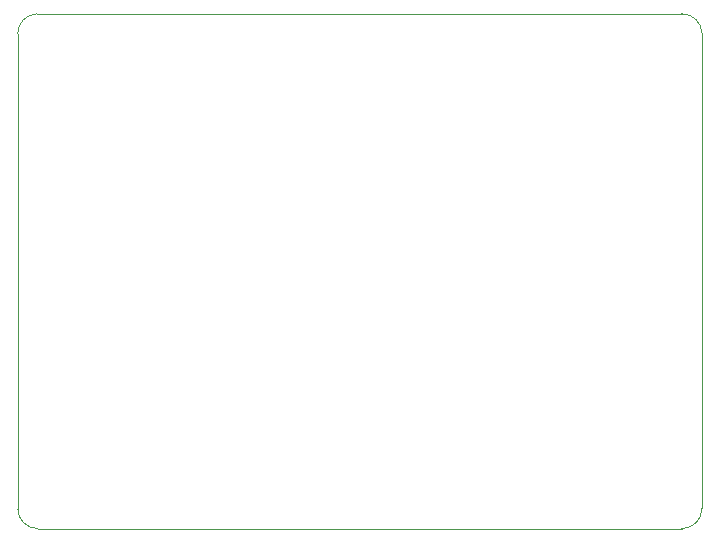
<source format=gbr>
%TF.GenerationSoftware,Altium Limited,Altium Designer,19.1.7 (138)*%
G04 Layer_Color=16711935*
%FSLAX45Y45*%
%MOMM*%
%TF.FileFunction,Other,Mechanical_0*%
%TF.Part,Single*%
G01*
G75*
%TA.AperFunction,NonConductor*%
%ADD66C,0.10000*%
G36*
X-20033Y144553D02*
X-20036Y144660D01*
X-20035Y144647D01*
X-20035Y144620D01*
X-20034Y144593D01*
X-20034Y144566D01*
X-20033Y144553D01*
Y144553D01*
D02*
G37*
D66*
X5607839Y-20035D02*
G03*
X5772558Y147500I-2840J167535D01*
G01*
X-20033Y144553D02*
G03*
X150142Y-20038I167533J2947D01*
G01*
D02*
G03*
X150340Y-20035I-2642J167538D01*
G01*
X-20035Y144660D02*
G03*
X-20033Y144553I167535J2840D01*
G01*
X5772535Y4172840D02*
G03*
X5604359Y4337558I-167535J-2840D01*
G01*
X145000Y4338038D02*
G03*
X139939Y4337389I0J-20038D01*
G01*
X-20039Y145000D02*
G03*
X-20033Y144553I20038J0D01*
G01*
X5603749Y-19684D02*
G03*
X5607839Y-20036I3750J19684D01*
G01*
X5604359Y4337558D02*
G03*
X5600000Y4338038I-4359J-19558D01*
G01*
X5772538Y4172500D02*
G03*
X5772535Y4172840I-20038J0D01*
G01*
X5600000Y-20038D02*
G03*
X5603749Y-19684I0J20038D01*
G01*
X139939Y4337389D02*
G03*
X-20038Y4167358I7561J-167389D01*
G01*
X5772558Y147500D02*
G03*
X5772537Y150190I-167559J0D01*
G01*
X-20038Y4130000D02*
Y4167358D01*
X145000Y4338038D02*
X5600000Y4338038D01*
X5604359Y4337558D02*
Y4337558D01*
X5772537Y150190D02*
X5772538Y4172500D01*
X5772535Y4172840D02*
X5772535D01*
X-20039Y145000D02*
X-20038Y4130000D01*
X150142Y-20038D02*
X150340Y-20035D01*
X-20035Y144660D02*
X-20033Y144553D01*
X5607839Y-20036D02*
Y-20035D01*
X150142Y-20038D02*
X5600000Y-20038D01*
%TF.MD5,9d4472846f498e621affb6299bf6ef7e*%
M02*

</source>
